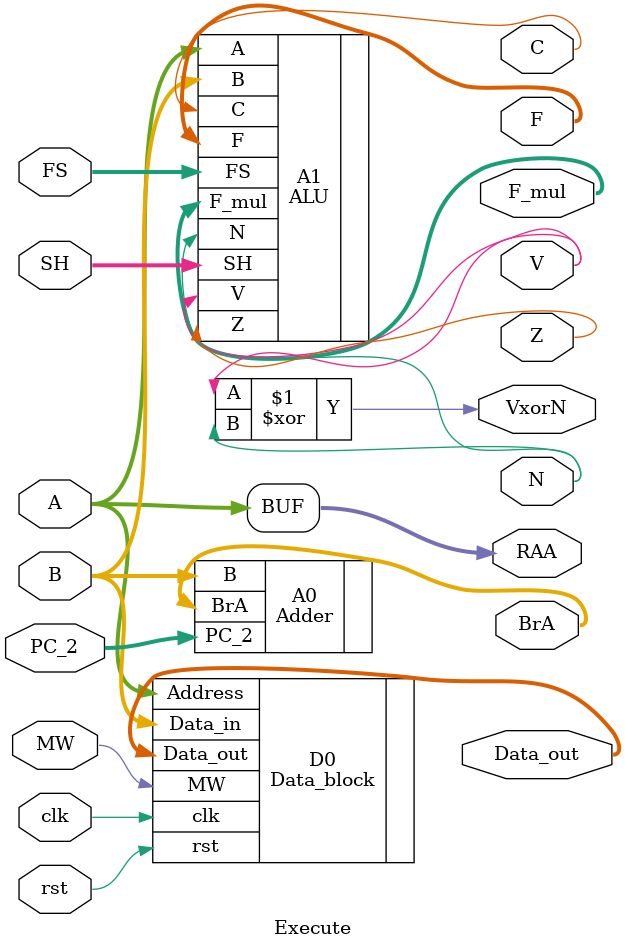
<source format=v>
`timescale 1ns/1ps


module Execute(
				input [31:0] A, B, PC_2,	// note: these are busses A and B, not actually a and b (PC_1 and IM)
				// A can be PC_1, B can be IM
				input [4:0] SH, FS,
				input clk, rst, MW,	// all for data block
				// IO
				output [31:0] F, Data_out, BrA, RAA,	// RAA = A
				output [63:0] F_mul,		// MUL UPDATE
				output VxorN, Z, C, N, V	// VxorN to reg, Z to top phase comb. ckt.
				);
// note: clocked (resettable too) reg's all in TOP MODULE

// Module instantiations
Adder A0(
		.B(B), .PC_2(PC_2),
		// IO
		.BrA(BrA)
		);

ALU  A1(
		.A(A), .B(B),
		.SH(SH), .FS(FS),
		// IO
		.Z(Z), .F(F), .V(V),
		.C(C), .N(N), .F_mul(F_mul)		// MUL UPDATE
		);

Data_block D0(  //.instantiated(ThisModule)
				.Address(A), .Data_in(B),
				.clk(clk), .rst(rst), .MW(MW),
				// IO
				.Data_out(Data_out)
				);

assign VxorN = V^N; 	// one of the reg blocks for layer 4
assign RAA = A;


endmodule
</source>
